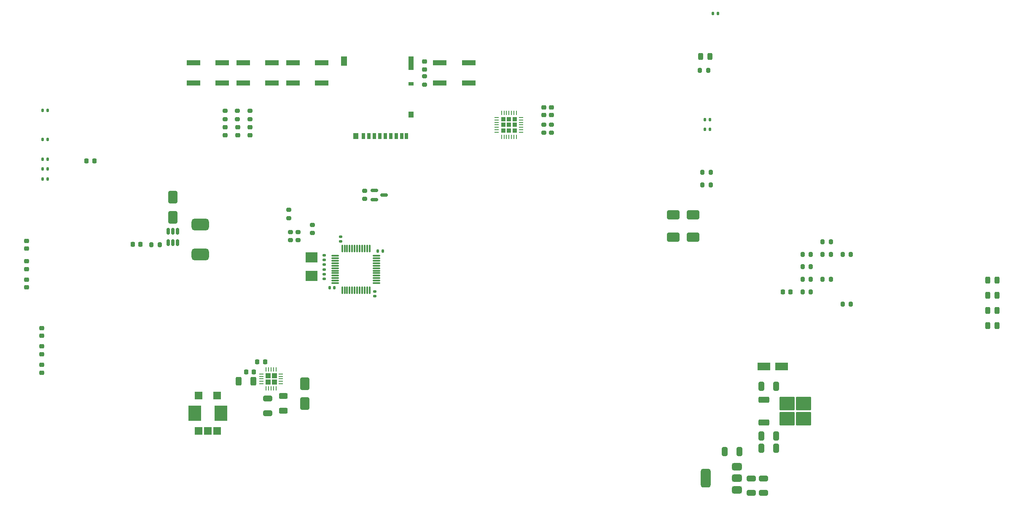
<source format=gbr>
%TF.GenerationSoftware,KiCad,Pcbnew,8.0.6*%
%TF.CreationDate,2025-02-16T20:54:21+01:00*%
%TF.ProjectId,TUSS4470_shield,54555353-3434-4373-905f-736869656c64,rev?*%
%TF.SameCoordinates,Original*%
%TF.FileFunction,Paste,Top*%
%TF.FilePolarity,Positive*%
%FSLAX46Y46*%
G04 Gerber Fmt 4.6, Leading zero omitted, Abs format (unit mm)*
G04 Created by KiCad (PCBNEW 8.0.6) date 2025-02-16 20:54:21*
%MOMM*%
%LPD*%
G01*
G04 APERTURE LIST*
G04 Aperture macros list*
%AMRoundRect*
0 Rectangle with rounded corners*
0 $1 Rounding radius*
0 $2 $3 $4 $5 $6 $7 $8 $9 X,Y pos of 4 corners*
0 Add a 4 corners polygon primitive as box body*
4,1,4,$2,$3,$4,$5,$6,$7,$8,$9,$2,$3,0*
0 Add four circle primitives for the rounded corners*
1,1,$1+$1,$2,$3*
1,1,$1+$1,$4,$5*
1,1,$1+$1,$6,$7*
1,1,$1+$1,$8,$9*
0 Add four rect primitives between the rounded corners*
20,1,$1+$1,$2,$3,$4,$5,0*
20,1,$1+$1,$4,$5,$6,$7,0*
20,1,$1+$1,$6,$7,$8,$9,0*
20,1,$1+$1,$8,$9,$2,$3,0*%
G04 Aperture macros list end*
%ADD10RoundRect,0.243750X-0.243750X-0.456250X0.243750X-0.456250X0.243750X0.456250X-0.243750X0.456250X0*%
%ADD11RoundRect,0.150000X-0.150000X0.512500X-0.150000X-0.512500X0.150000X-0.512500X0.150000X0.512500X0*%
%ADD12RoundRect,0.250000X-0.312500X-0.625000X0.312500X-0.625000X0.312500X0.625000X-0.312500X0.625000X0*%
%ADD13RoundRect,0.140000X-0.140000X-0.170000X0.140000X-0.170000X0.140000X0.170000X-0.140000X0.170000X0*%
%ADD14RoundRect,0.218750X-0.218750X-0.256250X0.218750X-0.256250X0.218750X0.256250X-0.218750X0.256250X0*%
%ADD15RoundRect,0.140000X-0.170000X0.140000X-0.170000X-0.140000X0.170000X-0.140000X0.170000X0.140000X0*%
%ADD16RoundRect,0.200000X-0.275000X0.200000X-0.275000X-0.200000X0.275000X-0.200000X0.275000X0.200000X0*%
%ADD17RoundRect,0.250000X0.650000X-1.000000X0.650000X1.000000X-0.650000X1.000000X-0.650000X-1.000000X0*%
%ADD18RoundRect,0.200000X-0.200000X-0.275000X0.200000X-0.275000X0.200000X0.275000X-0.200000X0.275000X0*%
%ADD19RoundRect,0.218750X-0.256250X0.218750X-0.256250X-0.218750X0.256250X-0.218750X0.256250X0.218750X0*%
%ADD20RoundRect,0.135000X-0.185000X0.135000X-0.185000X-0.135000X0.185000X-0.135000X0.185000X0.135000X0*%
%ADD21RoundRect,0.140000X0.170000X-0.140000X0.170000X0.140000X-0.170000X0.140000X-0.170000X-0.140000X0*%
%ADD22RoundRect,0.249999X0.290001X0.290001X-0.290001X0.290001X-0.290001X-0.290001X0.290001X-0.290001X0*%
%ADD23RoundRect,0.062500X0.350000X0.062500X-0.350000X0.062500X-0.350000X-0.062500X0.350000X-0.062500X0*%
%ADD24RoundRect,0.062500X0.062500X0.350000X-0.062500X0.350000X-0.062500X-0.350000X0.062500X-0.350000X0*%
%ADD25R,2.800000X1.000000*%
%ADD26RoundRect,0.250000X-1.000000X-0.650000X1.000000X-0.650000X1.000000X0.650000X-1.000000X0.650000X0*%
%ADD27RoundRect,0.200000X0.275000X-0.200000X0.275000X0.200000X-0.275000X0.200000X-0.275000X-0.200000X0*%
%ADD28RoundRect,0.225000X-0.225000X-0.250000X0.225000X-0.250000X0.225000X0.250000X-0.225000X0.250000X0*%
%ADD29RoundRect,0.250000X-0.650000X0.325000X-0.650000X-0.325000X0.650000X-0.325000X0.650000X0.325000X0*%
%ADD30RoundRect,0.225000X0.250000X-0.225000X0.250000X0.225000X-0.250000X0.225000X-0.250000X-0.225000X0*%
%ADD31RoundRect,0.587500X1.162500X-0.587500X1.162500X0.587500X-1.162500X0.587500X-1.162500X-0.587500X0*%
%ADD32RoundRect,0.225000X0.225000X0.250000X-0.225000X0.250000X-0.225000X-0.250000X0.225000X-0.250000X0*%
%ADD33R,2.600000X3.050000*%
%ADD34R,1.524000X1.524000*%
%ADD35RoundRect,0.075000X-0.662500X-0.075000X0.662500X-0.075000X0.662500X0.075000X-0.662500X0.075000X0*%
%ADD36RoundRect,0.075000X-0.075000X-0.662500X0.075000X-0.662500X0.075000X0.662500X-0.075000X0.662500X0*%
%ADD37RoundRect,0.250000X0.325000X0.650000X-0.325000X0.650000X-0.325000X-0.650000X0.325000X-0.650000X0*%
%ADD38RoundRect,0.250000X-0.625000X0.312500X-0.625000X-0.312500X0.625000X-0.312500X0.625000X0.312500X0*%
%ADD39R,0.700000X1.200000*%
%ADD40R,1.000000X0.800000*%
%ADD41R,1.000000X1.200000*%
%ADD42R,1.000000X2.800000*%
%ADD43R,1.300000X1.900000*%
%ADD44RoundRect,0.218750X0.256250X-0.218750X0.256250X0.218750X-0.256250X0.218750X-0.256250X-0.218750X0*%
%ADD45RoundRect,0.375000X0.625000X0.375000X-0.625000X0.375000X-0.625000X-0.375000X0.625000X-0.375000X0*%
%ADD46RoundRect,0.500000X0.500000X1.400000X-0.500000X1.400000X-0.500000X-1.400000X0.500000X-1.400000X0*%
%ADD47RoundRect,0.250000X-0.325000X-0.650000X0.325000X-0.650000X0.325000X0.650000X-0.325000X0.650000X0*%
%ADD48R,2.400000X2.000000*%
%ADD49RoundRect,0.150000X-0.587500X-0.150000X0.587500X-0.150000X0.587500X0.150000X-0.587500X0.150000X0*%
%ADD50RoundRect,0.140000X0.140000X0.170000X-0.140000X0.170000X-0.140000X-0.170000X0.140000X-0.170000X0*%
%ADD51RoundRect,0.225000X-0.250000X0.225000X-0.250000X-0.225000X0.250000X-0.225000X0.250000X0.225000X0*%
%ADD52RoundRect,0.250000X-1.050000X-0.550000X1.050000X-0.550000X1.050000X0.550000X-1.050000X0.550000X0*%
%ADD53RoundRect,0.250000X-0.850000X-0.350000X0.850000X-0.350000X0.850000X0.350000X-0.850000X0.350000X0*%
%ADD54RoundRect,0.250000X-1.275000X-1.125000X1.275000X-1.125000X1.275000X1.125000X-1.275000X1.125000X0*%
%ADD55RoundRect,0.225000X-0.225000X0.225000X-0.225000X-0.225000X0.225000X-0.225000X0.225000X0.225000X0*%
%ADD56RoundRect,0.062500X-0.062500X0.337500X-0.062500X-0.337500X0.062500X-0.337500X0.062500X0.337500X0*%
%ADD57RoundRect,0.062500X-0.337500X0.062500X-0.337500X-0.062500X0.337500X-0.062500X0.337500X0.062500X0*%
G04 APERTURE END LIST*
D10*
%TO.C,D8*%
X344157500Y-92145000D03*
X346032500Y-92145000D03*
%TD*%
D11*
%TO.C,U2*%
X181450000Y-82362500D03*
X180500000Y-82362500D03*
X179550000Y-82362500D03*
X179550000Y-84637500D03*
X180500000Y-84637500D03*
X181450000Y-84637500D03*
%TD*%
D12*
%TO.C,R2*%
X193737500Y-112500000D03*
X196662500Y-112500000D03*
%TD*%
D13*
%TO.C,C11*%
X287375000Y-59860000D03*
X288335000Y-59860000D03*
%TD*%
%TO.C,C15*%
X154352500Y-63910000D03*
X155312500Y-63910000D03*
%TD*%
D14*
%TO.C,D3*%
X163175000Y-68160000D03*
X164750000Y-68160000D03*
%TD*%
D15*
%TO.C,C27*%
X210850000Y-90970000D03*
X210850000Y-91930000D03*
%TD*%
D16*
%TO.C,R7*%
X208550000Y-81050000D03*
X208550000Y-82700000D03*
%TD*%
D17*
%TO.C,D5*%
X180500000Y-79500000D03*
X180500000Y-75500000D03*
%TD*%
D18*
%TO.C,R4*%
X286850000Y-70490000D03*
X288500000Y-70490000D03*
%TD*%
D19*
%TO.C,D2*%
X231000000Y-48212500D03*
X231000000Y-49787500D03*
%TD*%
D16*
%TO.C,R9*%
X204150000Y-82462500D03*
X204150000Y-84112500D03*
%TD*%
D18*
%TO.C,R6*%
X176175000Y-85000000D03*
X177825000Y-85000000D03*
%TD*%
D20*
%TO.C,R15*%
X210850000Y-89040000D03*
X210850000Y-90060000D03*
%TD*%
D21*
%TO.C,C25*%
X214150000Y-84360000D03*
X214150000Y-83400000D03*
%TD*%
D22*
%TO.C,U1*%
X200862500Y-112625000D03*
X200862500Y-111375000D03*
X199612500Y-112625000D03*
X199612500Y-111375000D03*
D23*
X202175000Y-113000000D03*
X202175000Y-112500000D03*
X202175000Y-112000000D03*
X202175000Y-111500000D03*
X202175000Y-111000000D03*
D24*
X201237500Y-110062500D03*
X200737500Y-110062500D03*
X200237500Y-110062500D03*
X199737500Y-110062500D03*
X199237500Y-110062500D03*
D23*
X198300000Y-111000000D03*
X198300000Y-111500000D03*
X198300000Y-112000000D03*
X198300000Y-112500000D03*
X198300000Y-113000000D03*
D24*
X199237500Y-113937500D03*
X199737500Y-113937500D03*
X200237500Y-113937500D03*
X200737500Y-113937500D03*
X201237500Y-113937500D03*
%TD*%
D25*
%TO.C,SW4*%
X184600000Y-48500000D03*
X190400000Y-48500000D03*
X184600000Y-52500000D03*
X190400000Y-52500000D03*
%TD*%
D18*
%TO.C,R19*%
X306980000Y-89470000D03*
X308630000Y-89470000D03*
%TD*%
D26*
%TO.C,D12*%
X281000000Y-83550000D03*
X285000000Y-83550000D03*
%TD*%
D17*
%TO.C,D1*%
X207000000Y-117000000D03*
X207000000Y-113000000D03*
%TD*%
D27*
%TO.C,R8*%
X205650000Y-84112500D03*
X205650000Y-82462500D03*
%TD*%
D13*
%TO.C,C17*%
X154352500Y-67850000D03*
X155312500Y-67850000D03*
%TD*%
D28*
%TO.C,C5*%
X195225000Y-110600000D03*
X196775000Y-110600000D03*
%TD*%
D16*
%TO.C,R10*%
X256500000Y-60887500D03*
X256500000Y-62537500D03*
%TD*%
D15*
%TO.C,C29*%
X221050000Y-94420000D03*
X221050000Y-95380000D03*
%TD*%
D29*
%TO.C,C32*%
X296650000Y-132000000D03*
X296650000Y-134950000D03*
%TD*%
D30*
%TO.C,C2*%
X154200000Y-107025000D03*
X154200000Y-105475000D03*
%TD*%
D28*
%TO.C,C37*%
X303020000Y-94490000D03*
X304570000Y-94490000D03*
%TD*%
D31*
%TO.C,L1*%
X186000000Y-87025000D03*
X186000000Y-80975000D03*
%TD*%
D10*
%TO.C,D10*%
X344157500Y-98225000D03*
X346032500Y-98225000D03*
%TD*%
D32*
%TO.C,C21*%
X174000000Y-84950000D03*
X172450000Y-84950000D03*
%TD*%
D25*
%TO.C,SW3*%
X194600000Y-48500000D03*
X200400000Y-48500000D03*
X194600000Y-52500000D03*
X200400000Y-52500000D03*
%TD*%
D13*
%TO.C,C7*%
X154352500Y-58000000D03*
X155312500Y-58000000D03*
%TD*%
D25*
%TO.C,SW1*%
X204600000Y-48500000D03*
X210400000Y-48500000D03*
X204600000Y-52500000D03*
X210400000Y-52500000D03*
%TD*%
D18*
%TO.C,R5*%
X286850000Y-73000000D03*
X288500000Y-73000000D03*
%TD*%
D33*
%TO.C,T1*%
X190115000Y-118945000D03*
X184885000Y-118945000D03*
D34*
X189350000Y-115390000D03*
X185650000Y-115390000D03*
X185650000Y-122500000D03*
X187500000Y-122500000D03*
X189350000Y-122500000D03*
%TD*%
D18*
%TO.C,R26*%
X310990000Y-91980000D03*
X312640000Y-91980000D03*
%TD*%
D35*
%TO.C,U4*%
X213087500Y-87250000D03*
X213087500Y-87750000D03*
X213087500Y-88250000D03*
X213087500Y-88750000D03*
X213087500Y-89250000D03*
X213087500Y-89750000D03*
X213087500Y-90250000D03*
X213087500Y-90750000D03*
X213087500Y-91250000D03*
X213087500Y-91750000D03*
X213087500Y-92250000D03*
X213087500Y-92750000D03*
D36*
X214500000Y-94162500D03*
X215000000Y-94162500D03*
X215500000Y-94162500D03*
X216000000Y-94162500D03*
X216500000Y-94162500D03*
X217000000Y-94162500D03*
X217500000Y-94162500D03*
X218000000Y-94162500D03*
X218500000Y-94162500D03*
X219000000Y-94162500D03*
X219500000Y-94162500D03*
X220000000Y-94162500D03*
D35*
X221412500Y-92750000D03*
X221412500Y-92250000D03*
X221412500Y-91750000D03*
X221412500Y-91250000D03*
X221412500Y-90750000D03*
X221412500Y-90250000D03*
X221412500Y-89750000D03*
X221412500Y-89250000D03*
X221412500Y-88750000D03*
X221412500Y-88250000D03*
X221412500Y-87750000D03*
X221412500Y-87250000D03*
D36*
X220000000Y-85837500D03*
X219500000Y-85837500D03*
X219000000Y-85837500D03*
X218500000Y-85837500D03*
X218000000Y-85837500D03*
X217500000Y-85837500D03*
X217000000Y-85837500D03*
X216500000Y-85837500D03*
X216000000Y-85837500D03*
X215500000Y-85837500D03*
X215000000Y-85837500D03*
X214500000Y-85837500D03*
%TD*%
D29*
%TO.C,C24*%
X299150000Y-132000000D03*
X299150000Y-134950000D03*
%TD*%
D28*
%TO.C,C8*%
X197462500Y-108562500D03*
X199012500Y-108562500D03*
%TD*%
D18*
%TO.C,R34*%
X315000000Y-97000000D03*
X316650000Y-97000000D03*
%TD*%
D13*
%TO.C,C28*%
X221670000Y-86300000D03*
X222630000Y-86300000D03*
%TD*%
%TO.C,R11*%
X288975000Y-38590000D03*
X289935000Y-38590000D03*
%TD*%
D16*
%TO.C,R3*%
X231000000Y-51175000D03*
X231000000Y-52825000D03*
%TD*%
D18*
%TO.C,R18*%
X306980000Y-86960000D03*
X308630000Y-86960000D03*
%TD*%
D29*
%TO.C,C6*%
X199500000Y-115925000D03*
X199500000Y-118875000D03*
%TD*%
D16*
%TO.C,R32*%
X193470000Y-58125000D03*
X193470000Y-59775000D03*
%TD*%
D30*
%TO.C,C10*%
X154200000Y-103350000D03*
X154200000Y-101800000D03*
%TD*%
%TO.C,C9*%
X151150000Y-93625000D03*
X151150000Y-92075000D03*
%TD*%
D10*
%TO.C,C13*%
X286477500Y-47225000D03*
X288352500Y-47225000D03*
%TD*%
D30*
%TO.C,C1*%
X151150000Y-85825000D03*
X151150000Y-84275000D03*
%TD*%
D18*
%TO.C,R23*%
X310990000Y-84450000D03*
X312640000Y-84450000D03*
%TD*%
D37*
%TO.C,C23*%
X294275000Y-126575000D03*
X291325000Y-126575000D03*
%TD*%
D10*
%TO.C,D9*%
X344157500Y-95185000D03*
X346032500Y-95185000D03*
%TD*%
D18*
%TO.C,R21*%
X306980000Y-94490000D03*
X308630000Y-94490000D03*
%TD*%
D38*
%TO.C,R1*%
X202700000Y-115437500D03*
X202700000Y-118362500D03*
%TD*%
D25*
%TO.C,SW5*%
X234100000Y-48500000D03*
X239900000Y-48500000D03*
X234100000Y-52500000D03*
X239900000Y-52500000D03*
%TD*%
D39*
%TO.C,J7*%
X218755000Y-63190000D03*
X219855000Y-63190000D03*
X220955000Y-63190000D03*
X222055000Y-63190000D03*
X223155000Y-63190000D03*
X224255000Y-63190000D03*
X225355000Y-63190000D03*
X226455000Y-63190000D03*
X227405000Y-63190000D03*
D40*
X228355000Y-52690000D03*
D41*
X228355000Y-58890000D03*
D42*
X228355000Y-48540000D03*
D41*
X217205000Y-63190000D03*
D43*
X214855000Y-48090000D03*
%TD*%
D30*
%TO.C,C3*%
X151150000Y-89925000D03*
X151150000Y-88375000D03*
%TD*%
D44*
%TO.C,D6*%
X256500000Y-59000000D03*
X256500000Y-57425000D03*
%TD*%
D45*
%TO.C,U5*%
X293800000Y-134275000D03*
X293800000Y-131975000D03*
D46*
X287500000Y-131975000D03*
D45*
X293800000Y-129675000D03*
%TD*%
D18*
%TO.C,R30*%
X315000000Y-86960000D03*
X316650000Y-86960000D03*
%TD*%
D27*
%TO.C,R22*%
X219000000Y-75825000D03*
X219000000Y-74175000D03*
%TD*%
D47*
%TO.C,C33*%
X298700000Y-123475000D03*
X301650000Y-123475000D03*
%TD*%
D48*
%TO.C,Y2*%
X208350000Y-87600000D03*
X208350000Y-91300000D03*
%TD*%
D18*
%TO.C,R20*%
X306980000Y-91980000D03*
X308630000Y-91980000D03*
%TD*%
D49*
%TO.C,Q1*%
X221000000Y-74100000D03*
X221000000Y-76000000D03*
X222875000Y-75050000D03*
%TD*%
D15*
%TO.C,C26*%
X210850000Y-87170000D03*
X210850000Y-88130000D03*
%TD*%
D47*
%TO.C,C20*%
X298700000Y-113475000D03*
X301650000Y-113475000D03*
%TD*%
D16*
%TO.C,R33*%
X190960000Y-58125000D03*
X190960000Y-59775000D03*
%TD*%
D13*
%TO.C,C19*%
X154352500Y-71790000D03*
X155312500Y-71790000D03*
%TD*%
D50*
%TO.C,C30*%
X212930000Y-93700000D03*
X211970000Y-93700000D03*
%TD*%
D51*
%TO.C,C35*%
X193490000Y-61450000D03*
X193490000Y-63000000D03*
%TD*%
D18*
%TO.C,R24*%
X310990000Y-86960000D03*
X312640000Y-86960000D03*
%TD*%
D10*
%TO.C,D11*%
X344157500Y-101265000D03*
X346032500Y-101265000D03*
%TD*%
D26*
%TO.C,D7*%
X281000000Y-79000000D03*
X285000000Y-79000000D03*
%TD*%
D52*
%TO.C,C22*%
X299175000Y-109475000D03*
X302775000Y-109475000D03*
%TD*%
D27*
%TO.C,R14*%
X203750000Y-79675000D03*
X203750000Y-78025000D03*
%TD*%
D18*
%TO.C,R13*%
X286350000Y-50000000D03*
X288000000Y-50000000D03*
%TD*%
D51*
%TO.C,C36*%
X190980000Y-61450000D03*
X190980000Y-63000000D03*
%TD*%
%TO.C,C34*%
X196000000Y-61450000D03*
X196000000Y-63000000D03*
%TD*%
D13*
%TO.C,C12*%
X287375000Y-61830000D03*
X288335000Y-61830000D03*
%TD*%
D47*
%TO.C,C31*%
X298700000Y-125975000D03*
X301650000Y-125975000D03*
%TD*%
D53*
%TO.C,U6*%
X299200000Y-116220000D03*
D54*
X303825000Y-116975000D03*
X303825000Y-120025000D03*
X307175000Y-116975000D03*
X307175000Y-120025000D03*
D53*
X299200000Y-120780000D03*
%TD*%
D30*
%TO.C,C4*%
X154200000Y-110750000D03*
X154200000Y-109200000D03*
%TD*%
D44*
%TO.C,D4*%
X255000000Y-59000000D03*
X255000000Y-57425000D03*
%TD*%
D13*
%TO.C,C18*%
X154352500Y-69820000D03*
X155312500Y-69820000D03*
%TD*%
D16*
%TO.C,R12*%
X255000000Y-60887500D03*
X255000000Y-62537500D03*
%TD*%
%TO.C,R31*%
X195980000Y-58125000D03*
X195980000Y-59775000D03*
%TD*%
D55*
%TO.C,U3*%
X249120000Y-59830000D03*
X248000000Y-59830000D03*
X246880000Y-59830000D03*
X249120000Y-60950000D03*
X248000000Y-60950000D03*
X246880000Y-60950000D03*
X249120000Y-62070000D03*
X248000000Y-62070000D03*
X246880000Y-62070000D03*
D56*
X249500000Y-58500000D03*
X249000000Y-58500000D03*
X248500000Y-58500000D03*
X248000000Y-58500000D03*
X247500000Y-58500000D03*
X247000000Y-58500000D03*
X246500000Y-58500000D03*
D57*
X245550000Y-59450000D03*
X245550000Y-59950000D03*
X245550000Y-60450000D03*
X245550000Y-60950000D03*
X245550000Y-61450000D03*
X245550000Y-61950000D03*
X245550000Y-62450000D03*
D56*
X246500000Y-63400000D03*
X247000000Y-63400000D03*
X247500000Y-63400000D03*
X248000000Y-63400000D03*
X248500000Y-63400000D03*
X249000000Y-63400000D03*
X249500000Y-63400000D03*
D57*
X250450000Y-62450000D03*
X250450000Y-61950000D03*
X250450000Y-61450000D03*
X250450000Y-60950000D03*
X250450000Y-60450000D03*
X250450000Y-59950000D03*
X250450000Y-59450000D03*
%TD*%
M02*

</source>
